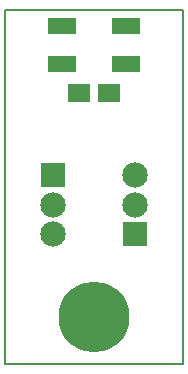
<source format=gbr>
%TF.GenerationSoftware,KiCad,Pcbnew,(5.0.0)*%
%TF.CreationDate,2018-12-15T00:02:50+01:00*%
%TF.ProjectId,addressable_led_board_V1.0,6164647265737361626C655F6C65645F,rev?*%
%TF.SameCoordinates,Original*%
%TF.FileFunction,Soldermask,Bot*%
%TF.FilePolarity,Negative*%
%FSLAX46Y46*%
G04 Gerber Fmt 4.6, Leading zero omitted, Abs format (unit mm)*
G04 Created by KiCad (PCBNEW (5.0.0)) date 12/15/18 00:02:50*
%MOMM*%
%LPD*%
G01*
G04 APERTURE LIST*
%ADD10C,0.150000*%
%ADD11C,6.000000*%
%ADD12R,1.900000X1.650000*%
%ADD13R,2.150000X2.150000*%
%ADD14C,2.150000*%
%ADD15R,2.400000X1.400000*%
G04 APERTURE END LIST*
D10*
X15000000Y-45000000D02*
X15000000Y-15000000D01*
X30000000Y-45000000D02*
X15000000Y-45000000D01*
X30000000Y-15000000D02*
X30000000Y-45000000D01*
X15000000Y-15000000D02*
X30000000Y-15000000D01*
D11*
X22500000Y-41000000D03*
D12*
X21250000Y-22000000D03*
X23750000Y-22000000D03*
D13*
X19000000Y-29000000D03*
D14*
X19000000Y-31500000D03*
X19000000Y-34000000D03*
D13*
X26000000Y-34000000D03*
D14*
X26000000Y-31500000D03*
X26000000Y-29000000D03*
D15*
X25200000Y-16400000D03*
X25200000Y-19600000D03*
X19800000Y-19600000D03*
X19800000Y-16400000D03*
M02*

</source>
